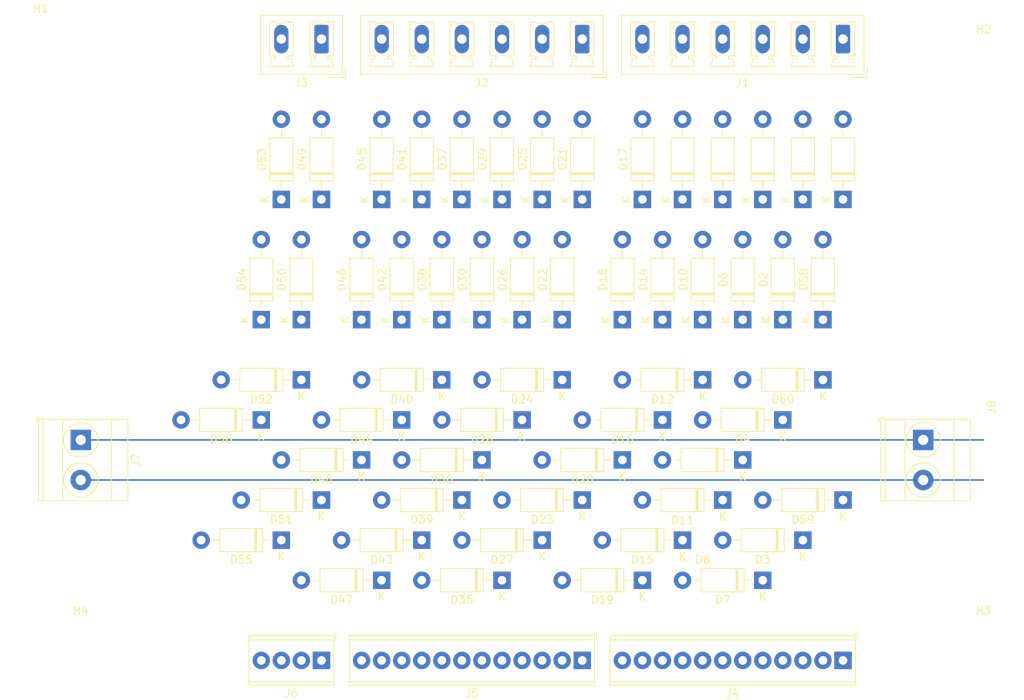
<source format=kicad_pcb>
(kicad_pcb (version 20240108) (generator "pcbnew") (generator_version "8.0")
  (layers (0 "F.Cu" signal) (31 "B.Cu" signal) (34 "B.Paste" user) (35 "F.Paste" user) (36 "B.SilkS" user "B.Silkscreen") (37 "F.SilkS" user "F.Silkscreen") (38 "B.Mask" user) (39 "F.Mask" user) (44 "Edge.Cuts" user))
  (net 0 "")
  (net 1 "/A_Reset")
  (net 2 "/A1_Reset")
  (net 3 "/A10_Reset")
  (net 4 "/Unit_Common")
  (net 5 "/Tens_Common")
  (net 6 "/B1_Set")
  (net 7 "/B_Set")
  (net 8 "/B10_Set")
  (net 9 "/B1_Reset")
  (net 10 "/B_Reset")
  (net 11 "/B10_Reset")
  (net 12 "/C_Set")
  (net 13 "/C1_Set")
  (net 14 "/C10_Set")
  (net 15 "/C1_Reset")
  (net 16 "/C_Reset")
  (net 17 "/C10_Reset")
  (net 18 "/D1_Set")
  (net 19 "/D_Set")
  (net 20 "/D10_Set")
  (net 21 "/D_Reset")
  (net 22 "/D1_Reset")
  (net 23 "/D10_Reset")
  (net 24 "/E1_Set")
  (net 25 "/E_Set")
  (net 26 "/E10_Set")
  (net 27 "/E1_Reset")
  (net 28 "/E_Reset")
  (net 29 "/E10_Reset")
  (net 30 "/F1_Set")
  (net 31 "/F_Set")
  (net 32 "/F10_Set")
  (net 33 "/F1_Reset")
  (net 34 "/F_Reset")
  (net 35 "/F10_Reset")
  (net 36 "/G_Set")
  (net 37 "/G1_Set")
  (net 38 "/G10_Set")
  (net 39 "/G_Reset")
  (net 40 "/G1_Reset")
  (net 41 "/G10_Reset")
  (net 42 "/A1_Set")
  (net 43 "/A_Set")
  (net 44 "/A10_Set")
  (footprint "Connector_Phoenix_MC_HighVoltage:PhoenixContact_MCV_1,5_2-G-5.08_1x02_P5.08mm_Vertical" (layer "F.Cu") (at 114.3 43.18 180)
    (property "Reference" "J3" (at 2.54 -5.55 180) (layer "F.SilkS"))
    (property "Value" "Screw_Terminal_01x02")
    (pad "1" thru_hole roundrect (at 0 0 180) (size 1.8 3.6) (drill 1.2) (layers "*.Cu" "*.Mask") (roundrect_rratio 0.138889) (net 36 "/G_Set"))
    (pad "2" thru_hole oval (at 5.08 0 180) (size 1.8 3.6) (drill 1.2) (layers "*.Cu" "*.Mask") (net 39 "/G_Reset"))
  )
  (footprint "TerminalBlock_Phoenix:TerminalBlock_Phoenix_MKDS-3-2-5.08_1x02_P5.08mm_Horizontal" (layer "F.Cu") (at 190.5 93.98 -90)
    (property "Reference" "J8" (at -4.14 -8.65 90) (layer "F.SilkS"))
    (property "Value" "Screw_Terminal_01x02")
    (pad "1" thru_hole rect (at 0 0 270) (size 2.6 2.6) (drill 1.3) (layers "*.Cu" "*.Mask") (net 5 "/Tens_Common"))
    (pad "2" thru_hole circle (at 5.08 0 270) (size 2.6 2.6) (drill 1.3) (layers "*.Cu" "*.Mask") (net 4 "/Unit_Common"))
  )
  (footprint "Diode_THT:D_DO-41_SOD81_P10.16mm_Horizontal" (layer "F.Cu") (at 142.24 63.5 90)
    (property "Reference" "D25" (at 5.08 -2.47 270) (layer "F.SilkS"))
    (property "Value" "1N4007")
    (fp_text user "K" (at 0 -2.1 270) (layer "F.SilkS"))
    (pad "1" thru_hole rect (at 0 0 90) (size 2.2 2.2) (drill 1.1) (layers "*.Cu" "*.Mask") (net 22 "/D1_Reset"))
    (pad "2" thru_hole oval (at 10.16 0 90) (size 2.2 2.2) (drill 1.1) (layers "*.Cu" "*.Mask") (net 21 "/D_Reset"))
  )
  (footprint "MountingHole:MountingHole_3.2mm_M3_ISO14580" (layer "F.Cu") (at 83.82 119.38)
    (property "Reference" "H4" (at 0 -3.75 0) (layer "F.SilkS"))
    (property "Value" "MountingHole")
    (pad "" np_thru_hole circle (at 0 0) (size 3.2 3.2) (drill 3.2) (layers "*.Cu" "*.Mask"))
  )
  (footprint "Diode_THT:D_DO-41_SOD81_P10.16mm_Horizontal" (layer "F.Cu") (at 124.46 78.74 90)
    (property "Reference" "D42" (at 5.08 -2.47 270) (layer "F.SilkS"))
    (property "Value" "1N4007")
    (fp_text user "K" (at 0 -2.1 270) (layer "F.SilkS"))
    (pad "1" thru_hole rect (at 0 0 90) (size 2.2 2.2) (drill 1.1) (layers "*.Cu" "*.Mask") (net 32 "/F10_Set"))
    (pad "2" thru_hole oval (at 10.16 0 90) (size 2.2 2.2) (drill 1.1) (layers "*.Cu" "*.Mask") (net 31 "/F_Set"))
  )
  (footprint "Diode_THT:D_DO-41_SOD81_P10.16mm_Horizontal" (layer "F.Cu") (at 124.46 91.44 180)
    (property "Reference" "D44" (at 5.08 -2.47 180) (layer "F.SilkS"))
    (property "Value" "1N4007")
    (fp_text user "K" (at 0 -2.1 180) (layer "F.SilkS"))
    (pad "1" thru_hole rect (at 0 0 180) (size 2.2 2.2) (drill 1.1) (layers "*.Cu" "*.Mask") (net 32 "/F10_Set"))
    (pad "2" thru_hole oval (at 10.16 0 180) (size 2.2 2.2) (drill 1.1) (layers "*.Cu" "*.Mask") (net 5 "/Tens_Common"))
  )
  (footprint "Diode_THT:D_DO-41_SOD81_P10.16mm_Horizontal" (layer "F.Cu") (at 132.08 63.5 90)
    (property "Reference" "D37" (at 5.08 -2.47 270) (layer "F.SilkS"))
    (property "Value" "1N4007")
    (fp_text user "K" (at 0 -2.1 270) (layer "F.SilkS"))
    (pad "1" thru_hole rect (at 0 0 90) (size 2.2 2.2) (drill 1.1) (layers "*.Cu" "*.Mask") (net 27 "/E1_Reset"))
    (pad "2" thru_hole oval (at 10.16 0 90) (size 2.2 2.2) (drill 1.1) (layers "*.Cu" "*.Mask") (net 28 "/E_Reset"))
  )
  (footprint "Diode_THT:D_DO-41_SOD81_P10.16mm_Horizontal" (layer "F.Cu") (at 114.3 63.5 90)
    (property "Reference" "D49" (at 5.08 -2.47 270) (layer "F.SilkS"))
    (property "Value" "1N4007")
    (fp_text user "K" (at 0 -2.1 270) (layer "F.SilkS"))
    (pad "1" thru_hole rect (at 0 0 90) (size 2.2 2.2) (drill 1.1) (layers "*.Cu" "*.Mask") (net 37 "/G1_Set"))
    (pad "2" thru_hole oval (at 10.16 0 90) (size 2.2 2.2) (drill 1.1) (layers "*.Cu" "*.Mask") (net 36 "/G_Set"))
  )
  (footprint "Diode_THT:D_DO-41_SOD81_P10.16mm_Horizontal" (layer "F.Cu") (at 170.18 111.76 180)
    (property "Reference" "D7" (at 5.08 -2.47 180) (layer "F.SilkS"))
    (property "Value" "1N4007")
    (fp_text user "K" (at 0 -2.1 180) (layer "F.SilkS"))
    (pad "1" thru_hole rect (at 0 0 180) (size 2.2 2.2) (drill 1.1) (layers "*.Cu" "*.Mask") (net 6 "/B1_Set"))
    (pad "2" thru_hole oval (at 10.16 0 180) (size 2.2 2.2) (drill 1.1) (layers "*.Cu" "*.Mask") (net 4 "/Unit_Common"))
  )
  (footprint "Connector_Phoenix_MC_HighVoltage:PhoenixContact_MCV_1,5_6-G-5.08_1x06_P5.08mm_Vertical" (layer "F.Cu") (at 147.32 43.18 180)
    (property "Reference" "J2" (at 12.7 -5.55 180) (layer "F.SilkS"))
    (property "Value" "Screw_Terminal_01x06")
    (pad "1" thru_hole roundrect (at 0 0 180) (size 1.8 3.6) (drill 1.2) (layers "*.Cu" "*.Mask") (roundrect_rratio 0.138889) (net 19 "/D_Set"))
    (pad "2" thru_hole oval (at 5.08 0 180) (size 1.8 3.6) (drill 1.2) (layers "*.Cu" "*.Mask") (net 21 "/D_Reset"))
    (pad "3" thru_hole oval (at 10.16 0 180) (size 1.8 3.6) (drill 1.2) (layers "*.Cu" "*.Mask") (net 25 "/E_Set"))
    (pad "4" thru_hole oval (at 15.24 0 180) (size 1.8 3.6) (drill 1.2) (layers "*.Cu" "*.Mask") (net 28 "/E_Reset"))
    (pad "5" thru_hole oval (at 20.32 0 180) (size 1.8 3.6) (drill 1.2) (layers "*.Cu" "*.Mask") (net 31 "/F_Set"))
    (pad "6" thru_hole oval (at 25.4 0 180) (size 1.8 3.6) (drill 1.2) (layers "*.Cu" "*.Mask") (net 34 "/F_Reset"))
  )
  (footprint "Diode_THT:D_DO-41_SOD81_P10.16mm_Horizontal" (layer "F.Cu") (at 134.62 96.52 180)
    (property "Reference" "D36" (at 5.08 -2.47 180) (layer "F.SilkS"))
    (property "Value" "1N4007")
    (fp_text user "K" (at 0 -2.1 180) (layer "F.SilkS"))
    (pad "1" thru_hole rect (at 0 0 180) (size 2.2 2.2) (drill 1.1) (layers "*.Cu" "*.Mask") (net 26 "/E10_Set"))
    (pad "2" thru_hole oval (at 10.16 0 180) (size 2.2 2.2) (drill 1.1) (layers "*.Cu" "*.Mask") (net 5 "/Tens_Common"))
  )
  (footprint "Diode_THT:D_DO-41_SOD81_P10.16mm_Horizontal" (layer "F.Cu") (at 162.56 86.36 180)
    (property "Reference" "D12" (at 5.08 -2.47 180) (layer "F.SilkS"))
    (property "Value" "1N4007")
    (fp_text user "K" (at 0 -2.1 180) (layer "F.SilkS"))
    (pad "1" thru_hole rect (at 0 0 180) (size 2.2 2.2) (drill 1.1) (layers "*.Cu" "*.Mask") (net 11 "/B10_Reset"))
    (pad "2" thru_hole oval (at 10.16 0 180) (size 2.2 2.2) (drill 1.1) (layers "*.Cu" "*.Mask") (net 5 "/Tens_Common"))
  )
  (footprint "Diode_THT:D_DO-41_SOD81_P10.16mm_Horizontal" (layer "F.Cu") (at 127 106.68 180)
    (property "Reference" "D43" (at 5.08 -2.47 180) (layer "F.SilkS"))
    (property "Value" "1N4007")
    (fp_text user "K" (at 0 -2.1 180) (layer "F.SilkS"))
    (pad "1" thru_hole rect (at 0 0 180) (size 2.2 2.2) (drill 1.1) (layers "*.Cu" "*.Mask") (net 30 "/F1_Set"))
    (pad "2" thru_hole oval (at 10.16 0 180) (size 2.2 2.2) (drill 1.1) (layers "*.Cu" "*.Mask") (net 4 "/Unit_Common"))
  )
  (footprint "Diode_THT:D_DO-41_SOD81_P10.16mm_Horizontal" (layer "F.Cu") (at 154.94 111.76 180)
    (property "Reference" "D19" (at 5.08 -2.47 180) (layer "F.SilkS"))
    (property "Value" "1N4007")
    (fp_text user "K" (at 0 -2.1 180) (layer "F.SilkS"))
    (pad "1" thru_hole rect (at 0 0 180) (size 2.2 2.2) (drill 1.1) (layers "*.Cu" "*.Mask") (net 15 "/C1_Reset"))
    (pad "2" thru_hole oval (at 10.16 0 180) (size 2.2 2.2) (drill 1.1) (layers "*.Cu" "*.Mask") (net 4 "/Unit_Common"))
  )
  (footprint "MountingHole:MountingHole_3.2mm_M3_ISO14580" (layer "F.Cu") (at 198.12 45.72)
    (property "Reference" "H2" (at 0 -3.75 0) (layer "F.SilkS"))
    (property "Value" "MountingHole")
    (pad "" np_thru_hole circle (at 0 0) (size 3.2 3.2) (drill 3.2) (layers "*.Cu" "*.Mask"))
  )
  (footprint "Diode_THT:D_DO-41_SOD81_P10.16mm_Horizontal" (layer "F.Cu") (at 119.38 78.74 90)
    (property "Reference" "D46" (at 5.08 -2.47 270) (layer "F.SilkS"))
    (property "Value" "1N4007")
    (fp_text user "K" (at 0 -2.1 270) (layer "F.SilkS"))
    (pad "1" thru_hole rect (at 0 0 90) (size 2.2 2.2) (drill 1.1) (layers "*.Cu" "*.Mask") (net 35 "/F10_Reset"))
    (pad "2" thru_hole oval (at 10.16 0 90) (size 2.2 2.2) (drill 1.1) (layers "*.Cu" "*.Mask") (net 34 "/F_Reset"))
  )
  (footprint "Diode_THT:D_DO-41_SOD81_P10.16mm_Horizontal" (layer "F.Cu") (at 109.22 106.68 180)
    (property "Reference" "D55" (at 5.08 -2.47 180) (layer "F.SilkS"))
    (property "Value" "1N4007")
    (fp_text user "K" (at 0 -2.1 180) (layer "F.SilkS"))
    (pad "1" thru_hole rect (at 0 0 180) (size 2.2 2.2) (drill 1.1) (layers "*.Cu" "*.Mask") (net 40 "/G1_Reset"))
    (pad "2" thru_hole oval (at 10.16 0 180) (size 2.2 2.2) (drill 1.1) (layers "*.Cu" "*.Mask") (net 4 "/Unit_Common"))
  )
  (footprint "Diode_THT:D_DO-41_SOD81_P10.16mm_Horizontal" (layer "F.Cu") (at 129.54 78.74 90)
    (property "Reference" "D38" (at 5.08 -2.47 270) (layer "F.SilkS"))
    (property "Value" "1N4007")
    (fp_text user "K" (at 0 -2.1 270) (layer "F.SilkS"))
    (pad "1" thru_hole rect (at 0 0 90) (size 2.2 2.2) (drill 1.1) (layers "*.Cu" "*.Mask") (net 29 "/E10_Reset"))
    (pad "2" thru_hole oval (at 10.16 0 90) (size 2.2 2.2) (drill 1.1) (layers "*.Cu" "*.Mask") (net 28 "/E_Reset"))
  )
  (footprint "Diode_THT:D_DO-41_SOD81_P10.16mm_Horizontal" (layer "F.Cu") (at 134.62 78.74 90)
    (property "Reference" "D30" (at 5.08 -2.47 270) (layer "F.SilkS"))
    (property "Value" "1N4007")
    (fp_text user "K" (at 0 -2.1 270) (layer "F.SilkS"))
    (pad "1" thru_hole rect (at 0 0 90) (size 2.2 2.2) (drill 1.1) (layers "*.Cu" "*.Mask") (net 26 "/E10_Set"))
    (pad "2" thru_hole oval (at 10.16 0 90) (size 2.2 2.2) (drill 1.1) (layers "*.Cu" "*.Mask") (net 25 "/E_Set"))
  )
  (footprint "Diode_THT:D_DO-41_SOD81_P10.16mm_Horizontal" (layer "F.Cu") (at 167.64 96.52 180)
    (property "Reference" "D8" (at 5.08 -12.63 180) (layer "F.SilkS"))
    (property "Value" "1N4007")
    (fp_text user "K" (at 0 -2.1 180) (layer "F.SilkS"))
    (pad "1" thru_hole rect (at 0 0 180) (size 2.2 2.2) (drill 1.1) (layers "*.Cu" "*.Mask") (net 8 "/B10_Set"))
    (pad "2" thru_hole oval (at 10.16 0 180) (size 2.2 2.2) (drill 1.1) (layers "*.Cu" "*.Mask") (net 5 "/Tens_Common"))
  )
  (footprint "Diode_THT:D_DO-41_SOD81_P10.16mm_Horizontal" (layer "F.Cu") (at 157.48 78.74 90)
    (property "Reference" "D14" (at 5.08 -2.47 270) (layer "F.SilkS"))
    (property "Value" "1N4007")
    (fp_text user "K" (at 0 -2.1 270) (layer "F.SilkS"))
    (pad "1" thru_hole rect (at 0 0 90) (size 2.2 2.2) (drill 1.1) (layers "*.Cu" "*.Mask") (net 14 "/C10_Set"))
    (pad "2" thru_hole oval (at 10.16 0 90) (size 2.2 2.2) (drill 1.1) (layers "*.Cu" "*.Mask") (net 12 "/C_Set"))
  )
  (footprint "Diode_THT:D_DO-41_SOD81_P10.16mm_Horizontal" (layer "F.Cu") (at 106.68 91.44 180)
    (property "Reference" "D56" (at 5.08 -2.47 180) (layer "F.SilkS"))
    (property "Value" "1N4007")
    (fp_text user "K" (at 0 -2.1 180) (layer "F.SilkS"))
    (pad "1" thru_hole rect (at 0 0 180) (size 2.2 2.2) (drill 1.1) (layers "*.Cu" "*.Mask") (net 41 "/G10_Reset"))
    (pad "2" thru_hole oval (at 10.16 0 180) (size 2.2 2.2) (drill 1.1) (layers "*.Cu" "*.Mask") (net 5 "/Tens_Common"))
  )
  (footprint "Diode_THT:D_DO-41_SOD81_P10.16mm_Horizontal" (layer "F.Cu") (at 165.1 63.5 90)
    (property "Reference" "D9" (hide yes))
    (property "Value" "1N4007")
    (fp_text user "K" (at 0 -2.1 270) (layer "F.SilkS"))
    (pad "1" thru_hole rect (at 0 0 90) (size 2.2 2.2) (drill 1.1) (layers "*.Cu" "*.Mask") (net 9 "/B1_Reset"))
    (pad "2" thru_hole oval (at 10.16 0 90) (size 2.2 2.2) (drill 1.1) (layers "*.Cu" "*.Mask") (net 10 "/B_Reset"))
  )
  (footprint "Diode_THT:D_DO-41_SOD81_P10.16mm_Horizontal" (layer "F.Cu") (at 154.94 63.5 90)
    (property "Reference" "D17" (at 5.08 -2.47 270) (layer "F.SilkS"))
    (property "Value" "1N4007")
    (fp_text user "K" (at 0 -2.1 270) (layer "F.SilkS"))
    (pad "1" thru_hole rect (at 0 0 90) (size 2.2 2.2) (drill 1.1) (layers "*.Cu" "*.Mask") (net 15 "/C1_Reset"))
    (pad "2" thru_hole oval (at 10.16 0 90) (size 2.2 2.2) (drill 1.1) (layers "*.Cu" "*.Mask") (net 16 "/C_Reset"))
  )
  (footprint "Diode_THT:D_DO-41_SOD81_P10.16mm_Horizontal" (layer "F.Cu") (at 175.26 106.68 180)
    (property "Reference" "D3" (at 5.08 -2.47 180) (layer "F.SilkS"))
    (property "Value" "1N4007")
    (fp_text user "K" (at 0 -2.1 180) (layer "F.SilkS"))
    (pad "1" thru_hole rect (at 0 0 180) (size 2.2 2.2) (drill 1.1) (layers "*.Cu" "*.Mask") (net 2 "/A1_Reset"))
    (pad "2" thru_hole oval (at 10.16 0 180) (size 2.2 2.2) (drill 1.1) (layers "*.Cu" "*.Mask") (net 4 "/Unit_Common"))
  )
  (footprint "Diode_THT:D_DO-41_SOD81_P10.16mm_Horizontal" (layer "F.Cu") (at 152.4 96.52 180)
    (property "Reference" "D20" (at 5.08 -2.47 180) (layer "F.SilkS"))
    (property "Value" "1N4007")
    (fp_text user "K" (at 0 -2.1 180) (layer "F.SilkS"))
    (pad "1" thru_hole rect (at 0 0 180) (size 2.2 2.2) (drill 1.1) (layers "*.Cu" "*.Mask") (net 17 "/C10_Reset"))
    (pad "2" thru_hole oval (at 10.16 0 180) (size 2.2 2.2) (drill 1.1) (layers "*.Cu" "*.Mask") (net 5 "/Tens_Common"))
  )
  (footprint "Diode_THT:D_DO-41_SOD81_P10.16mm_Horizontal" (layer "F.Cu") (at 152.4 78.74 90)
    (property "Reference" "D18" (at 5.08 -2.47 270) (layer "F.SilkS"))
    (property "Value" "1N4007")
    (fp_text user "K" (at 0 -2.1 270) (layer "F.SilkS"))
    (pad "1" thru_hole rect (at 0 0 90) (size 2.2 2.2) (drill 1.1) (layers "*.Cu" "*.Mask") (net 17 "/C10_Reset"))
    (pad "2" thru_hole oval (at 10.16 0 90) (size 2.2 2.2) (drill 1.1) (layers "*.Cu" "*.Mask") (net 16 "/C_Reset"))
  )
  (footprint "Diode_THT:D_DO-41_SOD81_P10.16mm_Horizontal" (layer "F.Cu") (at 147.32 101.6 180)
    (property "Reference" "D23" (at 5.08 -2.47 180) (layer "F.SilkS"))
    (property "Value" "1N4007")
    (fp_text user "K" (at 0 -2.1 180) (layer "F.SilkS"))
    (pad "1" thru_hole rect (at 0 0 180) (size 2.2 2.2) (drill 1.1) (layers "*.Cu" "*.Mask") (net 18 "/D1_Set"))
    (pad "2" thru_hole oval (at 10.16 0 180) (size 2.2 2.2) (drill 1.1) (layers "*.Cu" "*.Mask") (net 4 "/Unit_Common"))
  )
  (footprint "Diode_THT:D_DO-41_SOD81_P10.16mm_Horizontal" (layer "F.Cu") (at 142.24 106.68 180)
    (property "Reference" "D27" (at 5.08 -2.47 180) (layer "F.SilkS"))
    (property "Value" "1N4007")
    (fp_text user "K" (at 0 -2.1 180) (layer "F.SilkS"))
    (pad "1" thru_hole rect (at 0 0 180) (size 2.2 2.2) (drill 1.1) (layers "*.Cu" "*.Mask") (net 22 "/D1_Reset"))
    (pad "2" thru_hole oval (at 10.16 0 180) (size 2.2 2.2) (drill 1.1) (layers "*.Cu" "*.Mask") (net 4 "/Unit_Common"))
  )
  (footprint "TerminalBlock_Phoenix:TerminalBlock_Phoenix_MPT-0,5-12-2.54_1x12_P2.54mm_Horizontal" (layer "F.Cu") (at 147.32 121.92 180)
    (property "Reference" "J5" (at 13.97 -4.16 180) (layer "F.SilkS"))
    (property "Value" "Screw_Terminal_01x12")
    (pad "1" thru_hole rect (at 0 0 180) (size 2.2 2.2) (drill 1.1) (layers "*.Cu" "*.Mask") (net 18 "/D1_Set"))
    (pad "2" thru_hole circle (at 2.54 0 180) (size 2.2 2.2) (drill 1.1) (layers "*.Cu" "*.Mask") (net 20 "/D10_Set"))
    (pad "3" thru_hole circle (at 5.08 0 180) (size 2.2 2.2) (drill 1.1) (layers "*.Cu" "*.Mask") (net 22 "/D1_Reset"))
    (pad "4" thru_hole circle (at 7.62 0 180) (size 2.2 2.2) (drill 1.1) (layers "*.Cu" "*.Mask") (net 23 "/D10_Reset"))
    (pad "5" thru_hole circle (at 10.16 0 180) (size 2.2 2.2) (drill 1.1) (layers "*.Cu" "*.Mask") (net 24 "/E1_Set"))
    (pad "6" thru_hole circle (at 12.7 0 180) (size 2.2 2.2) (drill 1.1) (layers "*.Cu" "*.Mask") (net 26 "/E10_Set"))
    (pad "7" thru_hole circle (at 15.24 0 180) (size 2.2 2.2) (drill 1.1) (layers "*.Cu" "*.Mask") (net 27 "/E1_Reset"))
    (pad "8" thru_hole circle (at 17.78 0 180) (size 2.2 2.2) (drill 1.1) (layers "*.Cu" "*.Mask") (net 29 "/E10_Reset"))
    (pad "9" thru_hole circle (at 20.32 0 180) (size 2.2 2.2) (drill 1.1) (layers "*.Cu" "*.Mask") (net 30 "/F1_Set"))
    (pad "10" thru_hole circle (at 22.86 0 180) (size 2.2 2.2) (drill 1.1) (layers "*.Cu" "*.Mask") (net 32 "/F10_Set"))
    (pad "11" thru_hole circle (at 25.4 0 180) (size 2.2 2.2) (drill 1.1) (layers "*.Cu" "*.Mask") (net 33 "/F1_Reset"))
    (pad "12" thru_hole circle (at 27.94 0 180) (size 2.2 2.2) (drill 1.1) (layers "*.Cu" "*.Mask") (net 35 "/F10_Reset"))
  )
  (footprint "Connector_Phoenix_MC_HighVoltage:PhoenixContact_MCV_1,5_6-G-5.08_1x06_P5.08mm_Vertical" (layer "F.Cu") (at 180.34 43.18 180)
    (property "Reference" "J1" (at 12.7 -5.55 180) (layer "F.SilkS"))
    (property "Value" "Screw_Terminal_01x06")
    (pad "1" thru_hole roundrect (at 0 0 180) (size 1.8 3.6) (drill 1.2) (layers "*.Cu" "*.Mask") (roundrect_rratio 0.138889) (net 43 "/A_Set"))
    (pad "2" thru_hole oval (at 5.08 0 180) (size 1.8 3.6) (drill 1.2) (layers "*.Cu" "*.Mask") (net 1 "/A_Reset"))
    (pad "3" thru_hole oval (at 10.16 0 180) (size 1.8 3.6) (drill 1.2) (layers "*.Cu" "*.Mask") (net 7 "/B_Set"))
    (pad "4" thru_hole oval (at 15.24 0 180) (size 1.8 3.6) (drill 1.2) (layers "*.Cu" "*.Mask") (net 10 "/B_Reset"))
    (pad "5" thru_hole oval (at 20.32 0 180) (size 1.8 3.6) (drill 1.2) (layers "*.Cu" "*.Mask") (net 12 "/C_Set"))
    (pad "6" thru_hole oval (at 25.4 0 180) (size 1.8 3.6) (drill 1.2) (layers "*.Cu" "*.Mask") (net 16 "/C_Reset"))
  )
  (footprint "Diode_THT:D_DO-41_SOD81_P10.16mm_Horizontal" (layer "F.Cu") (at 172.72 78.74 90)
    (property "Reference" "D2" (at 5.08 -2.47 270) (layer "F.SilkS"))
    (property "Value" "1N4007")
    (fp_text user "K" (at 0 -2.1 270) (layer "F.SilkS"))
    (pad "1" thru_hole rect (at 0 0 90) (size 2.2 2.2) (drill 1.1) (layers "*.Cu" "*.Mask") (net 3 "/A10_Reset"))
    (pad "2" thru_hole oval (at 10.16 0 90) (size 2.2 2.2) (drill 1.1) (layers "*.Cu" "*.Mask") (net 1 "/A_Reset"))
  )
  (footprint "Diode_THT:D_DO-41_SOD81_P10.16mm_Horizontal" (layer "F.Cu") (at 109.22 63.5 90)
    (property "Reference" "D53" (at 5.08 -2.47 270) (layer "F.SilkS"))
    (property "Value" "1N4007")
    (fp_text user "K" (at 0 -2.1 270) (layer "F.SilkS"))
    (pad "1" thru_hole rect (at 0 0 90) (size 2.2 2.2) (drill 1.1) (layers "*.Cu" "*.Mask") (net 40 "/G1_Reset"))
    (pad "2" thru_hole oval (at 10.16 0 90) (size 2.2 2.2) (drill 1.1) (layers "*.Cu" "*.Mask") (net 39 "/G_Reset"))
  )
  (footprint "Diode_THT:D_DO-41_SOD81_P10.16mm_Horizontal" (layer "F.Cu") (at 170.18 63.5 90)
    (property "Reference" "D5" (hide yes))
    (property "Value" "1N4007")
    (fp_text user "K" (at 0 -2.1 270) (layer "F.SilkS"))
    (pad "1" thru_hole rect (at 0 0 90) (size 2.2 2.2) (drill 1.1) (layers "*.Cu" "*.Mask") (net 6 "/B1_Set"))
    (pad "2" thru_hole oval (at 10.16 0 90) (size 2.2 2.2) (drill 1.1) (layers "*.Cu" "*.Mask") (net 7 "/B_Set"))
  )
  (footprint "Diode_THT:D_DO-41_SOD81_P10.16mm_Horizontal" (layer "F.Cu") (at 157.48 91.44 180)
    (property "Reference" "D16" (at 5.08 -2.47 180) (layer "F.SilkS"))
    (property "Value" "1N4007")
    (fp_text user "K" (at 0 -2.1 180) (layer "F.SilkS"))
    (pad "1" thru_hole rect (at 0 0 180) (size 2.2 2.2) (drill 1.1) (layers "*.Cu" "*.Mask") (net 14 "/C10_Set"))
    (pad "2" thru_hole oval (at 10.16 0 180) (size 2.2 2.2) (drill 1.1) (layers "*.Cu" "*.Mask") (net 5 "/Tens_Common"))
  )
  (footprint "Diode_THT:D_DO-41_SOD81_P10.16mm_Horizontal" (layer "F.Cu") (at 111.76 86.36 180)
    (property "Reference" "D52" (at 5.08 -2.47 180) (layer "F.SilkS"))
    (property "Value" "1N4007")
    (fp_text user "K" (at 0 -2.1 180) (layer "F.SilkS"))
    (pad "1" thru_hole rect (at 0 0 180) (size 2.2 2.2) (drill 1.1) (layers "*.Cu" "*.Mask") (net 38 "/G10_Set"))
    (pad "2" thru_hole oval (at 10.16 0 180) (size 2.2 2.2) (drill 1.1) (layers "*.Cu" "*.Mask") (net 5 "/Tens_Common"))
  )
  (footprint "Diode_THT:D_DO-41_SOD81_P10.16mm_Horizontal" (layer "F.Cu") (at 177.8 86.36 180)
    (property "Reference" "D60" (at 5.08 -2.47 180) (layer "F.SilkS"))
    (property "Value" "1N4007")
    (fp_text user "K" (at 0 -2.1 180) (layer "F.SilkS"))
    (pad "1" thru_hole rect (at 0 0 180) (size 2.2 2.2) (drill 1.1) (layers "*.Cu" "*.Mask") (net 44 "/A10_Set"))
    (pad "2" thru_hole oval (at 10.16 0 180) (size 2.2 2.2) (drill 1.1) (layers "*.Cu" "*.Mask") (net 5 "/Tens_Common"))
  )
  (footprint "Diode_THT:D_DO-41_SOD81_P10.16mm_Horizontal" (layer "F.Cu") (at 127 63.5 90)
    (property "Reference" "D41" (at 5.08 -2.47 270) (layer "F.SilkS"))
    (property "Value" "1N4007")
    (fp_text user "K" (at 0 -2.1 270) (layer "F.SilkS"))
    (pad "1" thru_hole rect (at 0 0 90) (size 2.2 2.2) (drill 1.1) (layers "*.Cu" "*.Mask") (net 30 "/F1_Set"))
    (pad "2" thru_hole oval (at 10.16 0 90) (size 2.2 2.2) (drill 1.1) (layers "*.Cu" "*.Mask") (net 31 "/F_Set"))
  )
  (footprint "Diode_THT:D_DO-41_SOD81_P10.16mm_Horizontal" (layer "F.Cu") (at 111.76 78.74 90)
    (property "Reference" "D50" (at 5.08 -2.47 270) (layer "F.SilkS"))
    (property "Value" "1N4007")
    (fp_text user "K" (at 0 -2.1 270) (layer "F.SilkS"))
    (pad "1" thru_hole rect (at 0 0 90) (size 2.2 2.2) (drill 1.1) (layers "*.Cu" "*.Mask") (net 38 "/G10_Set"))
    (pad "2" thru_hole oval (at 10.16 0 90) (size 2.2 2.2) (drill 1.1) (layers "*.Cu" "*.Mask") (net 36 "/G_Set"))
  )
  (footprint "Diode_THT:D_DO-41_SOD81_P10.16mm_Horizontal" (layer "F.Cu") (at 162.56 78.74 90)
    (property "Reference" "D10" (at 5.08 -2.47 270) (layer "F.SilkS"))
    (property "Value" "1N4007")
    (fp_text user "K" (at 0 -2.1 270) (layer "F.SilkS"))
    (pad "1" thru_hole rect (at 0 0 90) (size 2.2 2.2) (drill 1.1) (layers "*.Cu" "*.Mask") (net 11 "/B10_Reset"))
    (pad "2" thru_hole oval (at 10.16 0 90) (size 2.2 2.2) (drill 1.1) (layers "*.Cu" "*.Mask") (net 10 "/B_Reset"))
  )
  (footprint "Diode_THT:D_DO-41_SOD81_P10.16mm_Horizontal" (layer "F.Cu") (at 129.54 86.36 180)
    (property "Reference" "D40" (at 5.08 -2.47 180) (layer "F.SilkS"))
    (property "Value" "1N4007")
    (fp_text user "K" (at 0 -2.1 180) (layer "F.SilkS"))
    (pad "1" thru_hole rect (at 0 0 180) (size 2.2 2.2) (drill 1.1) (layers "*.Cu" "*.Mask") (net 29 "/E10_Reset"))
    (pad "2" thru_hole oval (at 10.16 0 180) (size 2.2 2.2) (drill 1.1) (layers "*.Cu" "*.Mask") (net 5 "/Tens_Common"))
  )
  (footprint "MountingHole:MountingHole_3.2mm_M3_ISO7380" (layer "F.Cu") (at 78.74 43.18)
    (property "Reference" "H1" (at 0 -3.85 0) (layer "F.SilkS"))
    (property "Value" "MountingHole")
    (pad "" np_thru_hole circle (at 0 0) (size 3.2 3.2) (drill 3.2) (layers "*.Cu" "*.Mask"))
  )
  (footprint "Diode_THT:D_DO-41_SOD81_P10.16mm_Horizontal" (layer "F.Cu") (at 172.72 91.44 180)
    (property "Reference" "D4" (at 5.08 -2.47 180) (layer "F.SilkS"))
    (property "Value" "1N4007")
    (fp_text user "K" (at 0 -2.1 180) (layer "F.SilkS"))
    (pad "1" thru_hole rect (at 0 0 180) (size 2.2 2.2) (drill 1.1) (layers "*.Cu" "*.Mask") (net 3 "/A10_Reset"))
    (pad "2" thru_hole oval (at 10.16 0 180) (size 2.2 2.2) (drill 1.1) (layers "*.Cu" "*.Mask") (net 5 "/Tens_Common"))
  )
  (footprint "Diode_THT:D_DO-41_SOD81_P10.16mm_Horizontal" (layer "F.Cu") (at 121.92 63.5 90)
    (property "Reference" "D45" (at 5.08 -2.47 270) (layer "F.SilkS"))
    (property "Value" "1N4007")
    (fp_text user "K" (at 0 -2.1 270) (layer "F.SilkS"))
    (pad "1" thru_hole rect (at 0 0 90) (size 2.2 2.2) (drill 1.1) (layers "*.Cu" "*.Mask") (net 33 "/F1_Reset"))
    (pad "2" thru_hole oval (at 10.16 0 90) (size 2.2 2.2) (drill 1.1) (layers "*.Cu" "*.Mask") (net 34 "/F_Reset"))
  )
  (footprint "Diode_THT:D_DO-41_SOD81_P10.16mm_Horizontal" (layer "F.Cu") (at 147.32 63.5 90)
    (property "Reference" "D21" (at 5.08 -2.47 270) (layer "F.SilkS"))
    (property "Value" "1N4007")
    (fp_text user "K" (at 0 -2.1 270) (layer "F.SilkS"))
    (pad "1" thru_hole rect (at 0 0 90) (size 2.2 2.2) (drill 1.1) (layers "*.Cu" "*.Mask") (net 18 "/D1_Set"))
    (pad "2" thru_hole oval (at 10.16 0 90) (size 2.2 2.2) (drill 1.1) (layers "*.Cu" "*.Mask") (net 19 "/D_Set"))
  )
  (footprint "Diode_THT:D_DO-41_SOD81_P10.16mm_Horizontal" (layer "F.Cu") (at 114.3 101.6 180)
    (property "Reference" "D51" (at 5.08 -2.47 180) (layer "F.SilkS"))
    (property "Value" "1N4007")
    (fp_text user "K" (at 0 -2.1 180) (layer "F.SilkS"))
    (pad "1" thru_hole rect (at 0 0 180) (size 2.2 2.2) (drill 1.1) (layers "*.Cu" "*.Mask") (net 37 "/G1_Set"))
    (pad "2" thru_hole oval (at 10.16 0 180) (size 2.2 2.2) (drill 1.1) (layers "*.Cu" "*.Mask") (net 4 "/Unit_Common"))
  )
  (footprint "Diode_THT:D_DO-41_SOD81_P10.16mm_Horizontal" (layer "F.Cu") (at 144.78 78.74 90)
    (property "Reference" "D22" (at 5.08 -2.47 270) (layer "F.SilkS"))
    (property "Value" "1N4007")
    (fp_text user "K" (at 0 -2.1 270) (layer "F.SilkS"))
    (pad "1" thru_hole rect (at 0 0 90) (size 2.2 2.2) (drill 1.1) (layers "*.Cu" "*.Mask") (net 20 "/D10_Set"))
    (pad "2" thru_hole oval (at 10.16 0 90) (size 2.2 2.2) (drill 1.1) (layers "*.Cu" "*.Mask") (net 19 "/D_Set"))
  )
  (footprint "Diode_THT:D_DO-41_SOD81_P10.16mm_Horizontal" (layer "F.Cu") (at 106.68 78.74 90)
    (property "Reference" "D54" (at 5.08 -2.47 270) (layer "F.SilkS"))
    (property "Value" "1N4007")
    (fp_text user "K" (at 0 -2.1 270) (layer "F.SilkS"))
    (pad "1" thru_hole rect (at 0 0 90) (size 2.2 2.2) (drill 1.1) (layers "*.Cu" "*.Mask") (net 41 "/G10_Reset"))
    (pad "2" thru_hole oval (at 10.16 0 90) (size 2.2 2.2) (drill 1.1) (layers "*.Cu" "*.Mask") (net 39 "/G_Reset"))
  )
  (footprint "MountingHole:MountingHole_3.2mm_M3_ISO14580" (layer "F.Cu") (at 198.12 119.38)
    (property "Reference" "H3" (at 0 -3.75 0) (layer "F.SilkS"))
    (property "Value" "MountingHole")
    (pad "" np_thru_hole circle (at 0 0) (size 3.2 3.2) (drill 3.2) (layers "*.Cu" "*.Mask"))
  )
  (footprint "Diode_THT:D_DO-41_SOD81_P10.16mm_Horizontal" (layer "F.Cu") (at 180.34 63.5 90)
    (property "Reference" "D57" (hide yes))
    (property "Value" "1N4007")
    (fp_text user "K" (at 0 -2.1 270) (layer "F.SilkS"))
    (pad "1" thru_hole rect (at 0 0 90) (size 2.2 2.2) (drill 1.1) (layers "*.Cu" "*.Mask") (net 42 "/A1_Set"))
    (pad "2" thru_hole oval (at 10.16 0 90) (size 2.2 2.2) (drill 1.1) (layers "*.Cu" "*.Mask") (net 43 "/A_Set"))
  )
  (footprint "Diode_THT:D_DO-41_SOD81_P10.16mm_Horizontal" (layer "F.Cu") (at 139.7 91.44 180)
    (property "Reference" "D28" (at 5.08 -2.47 180) (layer "F.SilkS"))
    (property "Value" "1N4007")
    (fp_text user "K" (at 0 -2.1 180) (layer "F.SilkS"))
    (pad "1" thru_hole rect (at 0 0 180) (size 2.2 2.2) (drill 1.1) (layers "*.Cu" "*.Mask") (net 23 "/D10_Reset"))
    (pad "2" thru_hole oval (at 10.16 0 180) (size 2.2 2.2) (drill 1.1) (layers "*.Cu" "*.Mask") (net 5 "/Tens_Common"))
  )
  (footprint "TerminalBlock_Phoenix:TerminalBlock_Phoenix_MPT-0,5-4-2.54_1x04_P2.54mm_Horizontal" (layer "F.Cu") (at 114.3 121.92 180)
    (property "Reference" "J6" (at 3.81 -4.16 180) (layer "F.SilkS"))
    (property "Value" "Screw_Terminal_01x04")
    (pad "1" thru_hole rect (at 0 0 180) (size 2.2 2.2) (drill 1.1) (layers "*.Cu" "*.Mask") (net 37 "/G1_Set"))
    (pad "2" thru_hole circle (at 2.54 0 180) (size 2.2 2.2) (drill 1.1) (layers "*.Cu" "*.Mask") (net 38 "/G10_Set"))
    (pad "3" thru_hole circle (at 5.08 0 180) (size 2.2 2.2) (drill 1.1) (layers "*.Cu" "*.Mask") (net 40 "/G1_Reset"))
    (pad "4" thru_hole circle (at 7.62 0 180) (size 2.2 2.2) (drill 1.1) (layers "*.Cu" "*.Mask") (net 41 "/G10_Reset"))
  )
  (footprint "Diode_THT:D_DO-41_SOD81_P10.16mm_Horizontal" (layer "F.Cu") (at 167.64 78.74 90)
    (property "Reference" "D6" (at 5.08 -2.47 270) (layer "F.SilkS"))
    (property "Value" "1N4007")
    (fp_text user "K" (at 0 -2.1 270) (layer "F.SilkS"))
    (pad "1" thru_hole rect (at 0 0 90) (size 2.2 2.2) (drill 1.1) (layers "*.Cu" "*.Mask") (net 8 "/B10_Set"))
    (pad "2" thru_hole oval (at 10.16 0 90) (size 2.2 2.2) (drill 1.1) (layers "*.Cu" "*.Mask") (net 7 "/B_Set"))
  )
  (footprint "Diode_THT:D_DO-41_SOD81_P10.16mm_Horizontal" (layer "F.Cu") (at 165.1 101.6 180)
    (property "Reference" "D11" (at 5.08 -2.54 180) (layer "F.SilkS"))
    (property "Value" "1N4007")
    (fp_text user "K" (at 0 -2.1 180) (layer "F.SilkS"))
    (pad "1" thru_hole rect (at 0 0 180) (size 2.2 2.2) (drill 1.1) (layers "*.Cu" "*.Mask") (net 9 "/B1_Reset"))
    (pad "2" thru_hole oval (at 10.16 0 180) (size 2.2 2.2) (drill 1.1) (layers "*.Cu" "*.Mask") (net 4 "/Unit_Common"))
  )
  (footprint "Diode_THT:D_DO-41_SOD81_P10.16mm_Horizontal" (layer "F.Cu") (at 121.92 111.76 180)
    (property "Reference" "D47" (at 5.08 -2.47 180) (layer "F.SilkS"))
    (property "Value" "1N4007")
    (fp_text user "K" (at 0 -2.1 180) (layer "F.SilkS"))
    (pad "1" thru_hole rect (at 0 0 180) (size 2.2 2.2) (drill 1.1) (layers "*.Cu" "*.Mask") (net 33 "/F1_Reset"))
    (pad "2" thru_hole oval (at 10.16 0 180) (size 2.2 2.2) (drill 1.1) (layers "*.Cu" "*.Mask") (net 4 "/Unit_Common"))
  )
  (footprint "Diode_THT:D_DO-41_SOD81_P10.16mm_Horizontal" (layer "F.Cu") (at 137.16 63.5 90)
    (property "Reference" "D29" (at 5.08 -2.47 270) (layer "F.SilkS"))
    (property "Value" "1N4007")
    (fp_text user "K" (at 0 -2.1 270) (layer "F.SilkS"))
    (pad "1" thru_hole rect (at 0 0 90) (size 2.2 2.2) (drill 1.1) (layers "*.Cu" "*.Mask") (net 24 "/E1_Set"))
    (pad "2" thru_hole oval (at 10.16 0 90) (size 2.2 2.2) (drill 1.1) (layers "*.Cu" "*.Mask") (net 25 "/E_Set"))
  )
  (footprint "Diode_THT:D_DO-41_SOD81_P10.16mm_Horizontal" (layer "F.Cu") (at 144.78 86.36 180)
    (property "Reference" "D24" (at 5.08 -2.47 180) (layer "F.SilkS"))
    (property "Value" "1N4007")
    (fp_text user "K" (at 0 -2.1 180) (layer "F.SilkS"))
    (pad "1" thru_hole rect (at 0 0 180) (size 2.2 2.2) (drill 1.1) (layers "*.Cu" "*.Mask") (net 20 "/D10_Set"))
    (pad "2" thru_hole oval (at 10.16 0 180) (size 2.2 2.2) (drill 1.1) (layers "*.Cu" "*.Mask") (net 5 "/Tens_Common"))
  )
  (footprint "Diode_THT:D_DO-41_SOD81_P10.16mm_Horizontal" (layer "F.Cu") (at 139.7 78.74 90)
    (property "Reference" "D26" (at 5.08 -2.47 270) (layer "F.SilkS"))
    (property "Value" "1N4007")
    (fp_text user "K" (at 0 -2.1 270) (layer "F.SilkS"))
    (pad "1" thru_hole rect (at 0 0 90) (size 2.2 2.2) (drill 1.1) (layers "*.Cu" "*.Mask") (net 23 "/D10_Reset"))
    (pad "2" thru_hole oval (at 10.16 0 90) (size 2.2 2.2) (drill 1.1) (layers "*.Cu" "*.Mask") (net 21 "/D_Reset"))
  )
  (footprint "Diode_THT:D_DO-41_SOD81_P10.16mm_Horizontal" (layer "F.Cu") (at 175.26 63.5 90)
    (property "Reference" "D1" (hide yes))
    (property "Value" "1N4007")
    (fp_text user "K" (at 0 -2.1 270) (layer "F.SilkS"))
    (pad "1" thru_hole rect (at 0 0 90) (size 2.2 2.2) (drill 1.1) (layers "*.Cu" "*.Mask") (net 2 "/A1_Reset"))
    (pad "2" thru_hole oval (at 10.16 0 90) (size 2.2 2.2) (drill 1.1) (layers "*.Cu" "*.Mask") (net 1 "/A_Reset"))
  )
  (footprint "Diode_THT:D_DO-41_SOD81_P10.16mm_Horizontal" (layer "F.Cu") (at 177.8 78.74 90)
    (property "Reference" "D58" (at 5.08 -2.47 270) (layer "F.SilkS"))
    (property "Value" "1N4007")
    (fp_text user "K" (at 0 -2.1 270) (layer "F.SilkS"))
    (pad "1" thru_hole rect (at 0 0 90) (size 2.2 2.2) (drill 1.1) (layers "*.Cu" "*.Mask") (net 44 "/A10_Set"))
    (pad "2" thru_hole oval (at 10.16 0 90) (size 2.2 2.2) (drill 1.1) (layers "*.Cu" "*.Mask") (net 43 "/A_Set"))
  )
  (footprint "Diode_THT:D_DO-41_SOD81_P10.16mm_Horizontal" (layer "F.Cu") (at 180.34 101.6 180)
    (property "Reference" "D59" (at 5.08 -2.47 180) (layer "F.SilkS"))
    (property "Value" "1N4007")
    (fp_text user "K" (at 0 -2.1 180) (layer "F.SilkS"))
    (pad "1" thru_hole rect (at 0 0 180) (size 2.2 2.2) (drill 1.1) (layers "*.Cu" "*.Mask") (net 42 "/A1_Set"))
    (pad "2" thru_hole oval (at 10.16 0 180) (size 2.2 2.2) (drill 1.1) (layers "*.Cu" "*.Mask") (net 4 "/Unit_Common"))
  )
  (footprint "Diode_THT:D_DO-41_SOD81_P10.16mm_Horizontal" (layer "F.Cu") (at 160.02 106.68 180)
    (property "Reference" "D15" (at 5.08 -2.47 180) (layer "F.SilkS"))
    (property "Value" "1N4007")
    (fp_text user "K" (at 0 -2.1 180) (layer "F.SilkS"))
    (pad "1" thru_hole rect (at 0 0 180) (size 2.2 2.2) (drill 1.1) (layers "*.Cu" "*.Mask") (net 13 "/C1_Set"))
    (pad "2" thru_hole oval (at 10.16 0 180) (size 2.2 2.2) (drill 1.1) (layers "*.Cu" "*.Mask") (net 4 "/Unit_Common"))
  )
  (footprint "Diode_THT:D_DO-41_SOD81_P10.16mm_Horizontal" (layer "F.Cu") (at 137.16 111.76 180)
    (property "Reference" "D35" (at 5.08 -2.47 180) (layer "F.SilkS"))
    (property "Value" "1N4007")
    (fp_text user "K" (at 0 -2.1 180) (layer "F.SilkS"))
    (pad "1" thru_hole rect (at 0 0 180) (size 2.2 2.2) (drill 1.1) (layers "*.Cu" "*.Mask") (net 24 "/E1_Set"))
    (pad "2" thru_hole oval (at 10.16 0 180) (size 2.2 2.2) (drill 1.1) (layers "*.Cu" "*.Mask") (net 4 "/Unit_Common"))
  )
  (footprint "TerminalBlock_Phoenix:TerminalBlock_Phoenix_MKDS-3-2-5.08_1x02_P5.08mm_Horizontal" (layer "F.Cu") (at 83.82 93.98 -90)
    (property "Reference" "J7" (at 2.54 -6.96 90) (layer "F.SilkS"))
    (property "Value" "Screw_Terminal_01x02")
    (pad "1" thru_hole rect (at 0 0 270) (size 2.6 2.6) (drill 1.3) (layers "*.Cu" "*.Mask") (net 5 "/Tens_Common"))
    (pad "2" thru_hole circle (at 5.08 0 270) (size 2.6 2.6) (drill 1.3) (layers "*.Cu" "*.Mask") (net 4 "/Unit_Common"))
  )
  (footprint "Diode_THT:D_DO-41_SOD81_P10.16mm_Horizontal" (layer "F.Cu") (at 132.08 101.6 180)
    (property "Reference" "D39" (at 5.08 -2.47 180) (layer "F.SilkS"))
    (property "Value" "1N4007")
    (fp_text user "K" (at 0 -2.1 180) (layer "F.SilkS"))
    (pad "1" thru_hole rect (at 0 0 180) (size 2.2 2.2) (drill 1.1) (layers "*.Cu" "*.Mask") (net 27 "/E1_Reset"))
    (pad "2" thru_hole oval (at 10.16 0 180) (size 2.2 2.2) (drill 1.1) (layers "*.Cu" "*.Mask") (net 4 "/Unit_Common"))
  )
  (footprint "TerminalBlock_Phoenix:TerminalBlock_Phoenix_MPT-0,5-12-2.54_1x12_P2.54mm_Horizontal" (layer "F.Cu") (at 180.34 121.92 180)
    (property "Reference" "J4" (at 13.97 -4.16 180) (layer "F.SilkS"))
    (property "Value" "Screw_Terminal_01x12")
    (pad "1" thru_hole rect (at 0 0 180) (size 2.2 2.2) (drill 1.1) (layers "*.Cu" "*.Mask") (net 42 "/A1_Set"))
    (pad "2" thru_hole circle (at 2.54 0 180) (size 2.2 2.2) (drill 1.1) (layers "*.Cu" "*.Mask") (net 44 "/A10_Set"))
    (pad "3" thru_hole circle (at 5.08 0 180) (size 2.2 2.2) (drill 1.1) (layers "*.Cu" "*.Mask") (net 2 "/A1_Reset"))
    (pad "4" thru_hole circle (at 7.62 0 180) (size 2.2 2.2) (drill 1.1) (layers "*.Cu" "*.Mask") (net 3 "/A10_Reset"))
    (pad "5" thru_hole circle (at 10.16 0 180) (size 2.2 2.2) (drill 1.1) (layers "*.Cu" "*.Mask") (net 6 "/B1_Set"))
    (pad "6" thru_hole circle (at 12.7 0 180) (size 2.2 2.2) (drill 1.1) (layers "*.Cu" "*.Mask") (net 8 "/B10_Set"))
    (pad "7" thru_hole circle (at 15.24 0 180) (size 2.2 2.2) (drill 1.1) (layers "*.Cu" "*.Mask") (net 9 "/B1_Reset"))
    (pad "8" thru_hole circle (at 17.78 0 180) (size 2.2 2.2) (drill 1.1) (layers "*.Cu" "*.Mask") (net 11 "/B10_Reset"))
    (pad "9" thru_hole circle (at 20.32 0 180) (size 2.2 2.2) (drill 1.1) (layers "*.Cu" "*.Mask") (net 13 "/C1_Set"))
    (pad "10" thru_hole circle (at 22.86 0 180) (size 2.2 2.2) (drill 1.1) (layers "*.Cu" "*.Mask") (net 14 "/C10_Set"))
    (pad "11" thru_hole circle (at 25.4 0 180) (size 2.2 2.2) (drill 1.1) (layers "*.Cu" "*.Mask") (net 15 "/C1_Reset"))
    (pad "12" thru_hole circle (at 27.94 0 180) (size 2.2 2.2) (drill 1.1) (layers "*.Cu" "*.Mask") (net 17 "/C10_Reset"))
  )
  (footprint "Diode_THT:D_DO-41_SOD81_P10.16mm_Horizontal" (layer "F.Cu") (at 119.38 96.52 180)
    (property "Reference" "D48" (at 5.08 -2.47 180) (layer "F.SilkS"))
    (property "Value" "1N4007")
    (fp_text user "K" (at 0 -2.1 180) (layer "F.SilkS"))
    (pad "1" thru_hole rect (at 0 0 180) (size 2.2 2.2) (drill 1.1) (layers "*.Cu" "*.Mask") (net 35 "/F10_Reset"))
    (pad "2" thru_hole oval (at 10.16 0 180) (size 2.2 2.2) (drill 1.1) (layers "*.Cu" "*.Mask") (net 5 "/Tens_Common"))
  )
  (footprint "Diode_THT:D_DO-41_SOD81_P10.16mm_Horizontal" (layer "F.Cu") (at 160.02 63.5 90)
    (property "Reference" "D13" (hide yes))
    (property "Value" "1N4007")
    (fp_text user "K" (at 0 -2.1 270) (layer "F.SilkS"))
    (pad "1" thru_hole rect (at 0 0 90) (size 2.2 2.2) (drill 1.1) (layers "*.Cu" "*.Mask") (net 13 "/C1_Set"))
    (pad "2" thru_hole oval (at 10.16 0 90) (size 2.2 2.2) (drill 1.1) (layers "*.Cu" "*.Mask") (net 12 "/C_Set"))
  )
  (segment (start 198.12 99.06) (end 83.82 99.06) (width 0.2) (layer "B.Cu") (net 4))
  (segment (start 165.1 93.98) (end 83.82 93.98) (width 0.2) (layer "B.Cu") (net 5))
  (segment (start 198.12 93.98) (end 165.1 93.98) (width 0.2) (layer "B.Cu") (net 5))
)
</source>
